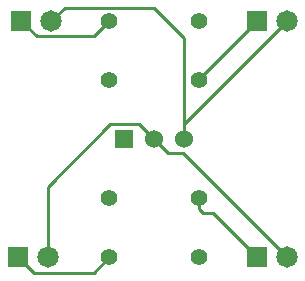
<source format=gtl>
G04*
G04 #@! TF.GenerationSoftware,Altium Limited,Altium Designer,22.10.1 (41)*
G04*
G04 Layer_Physical_Order=1*
G04 Layer_Color=255*
%FSLAX25Y25*%
%MOIN*%
G70*
G04*
G04 #@! TF.SameCoordinates,A0270BB2-01BD-44B2-A44C-0491C2069839*
G04*
G04*
G04 #@! TF.FilePolarity,Positive*
G04*
G01*
G75*
%ADD12C,0.01000*%
%ADD18R,0.06024X0.06024*%
%ADD19C,0.06024*%
%ADD20R,0.07146X0.07146*%
%ADD21C,0.07146*%
%ADD22C,0.05512*%
D12*
X69055Y60118D02*
Y88938D01*
Y55118D02*
Y60118D01*
X14685Y94488D02*
X19795Y89378D01*
X38945D01*
X44055Y94488D01*
X13622Y15748D02*
X18792Y10578D01*
X38885D01*
X44055Y15748D01*
X23622D02*
Y39285D01*
X44415Y60078D01*
X54095D01*
X59055Y55118D01*
X69055Y60118D02*
X103425Y94488D01*
X78695Y30478D02*
X93425Y15748D01*
X75315Y30478D02*
X78695D01*
X74055Y31738D02*
X75315Y30478D01*
X74055Y31738D02*
Y35433D01*
Y74803D02*
Y75118D01*
X93425Y94488D01*
X59055Y55118D02*
X63595Y50578D01*
X68595D01*
X103425Y15748D01*
X59015Y98978D02*
X69055Y88938D01*
X29175Y98978D02*
X59015D01*
X24685Y94488D02*
X29175Y98978D01*
D18*
X49055Y55118D02*
D03*
D19*
X59055D02*
D03*
X69055D02*
D03*
D20*
X14685Y94488D02*
D03*
X93425D02*
D03*
Y15748D02*
D03*
X13622D02*
D03*
D21*
X24685Y94488D02*
D03*
X103425D02*
D03*
Y15748D02*
D03*
X23622D02*
D03*
D22*
X74055Y94488D02*
D03*
X44055D02*
D03*
Y74803D02*
D03*
X74055D02*
D03*
X44055Y35433D02*
D03*
X74055D02*
D03*
Y15748D02*
D03*
X44055D02*
D03*
M02*

</source>
